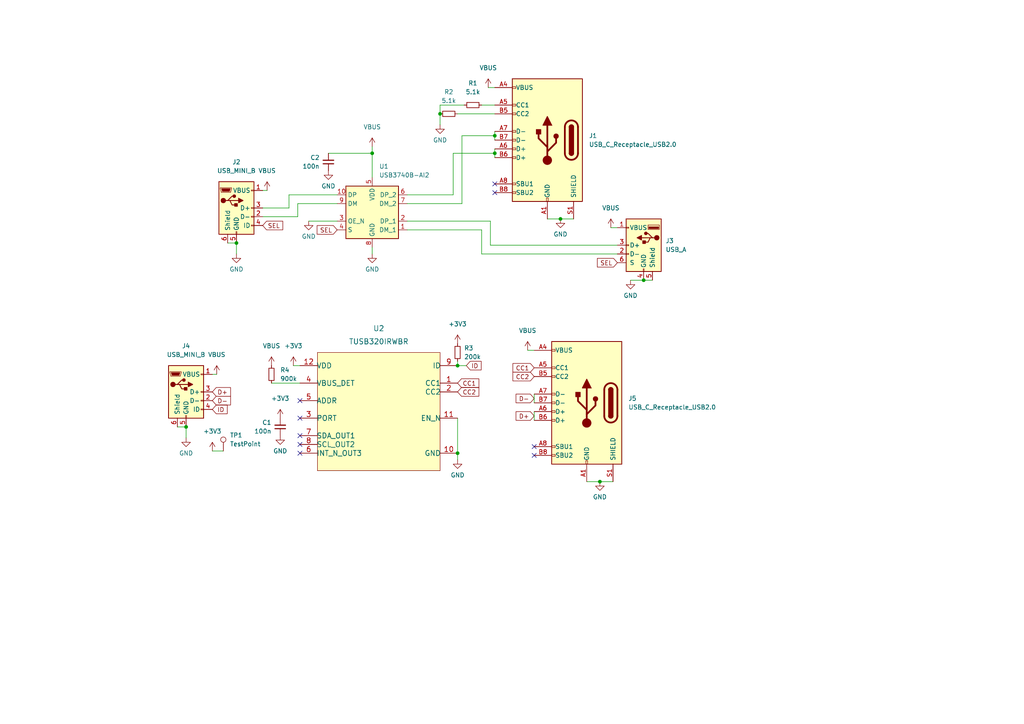
<source format=kicad_sch>
(kicad_sch (version 20211123) (generator eeschema)
  (paper "A4")
  (lib_symbols
    (symbol "2022-08-30_12-17-42:TUSB320IRWBR" (pin_names (offset -0.254))
      (property "Reference" "U" (at 0 2.54 0))
      (property "Value" "TUSB320IRWBR" (at 0 0 0))
      (symbol "TUSB320IRWBR_0_1"
        (rectangle (start -17.78 16.51) (end 17.78 -17.78) (fill (type background)))
      )
      (symbol "TUSB320IRWBR_1_1"
        (pin bidirectional line (at 22.86 7.62 180) (length 5.08) (name "CC1") (number "1"))
        (pin power_in line (at 22.86 -12.7 180) (length 5.08) (name "GND") (number "10"))
        (pin input line (at 22.86 -2.54 180) (length 5.08) (name "EN_N") (number "11"))
        (pin power_in line (at -22.86 12.7 0) (length 5.08) (name "VDD") (number "12"))
        (pin bidirectional line (at 22.86 5.08 180) (length 5.08) (name "CC2") (number "2"))
        (pin input line (at -22.86 -2.54 0) (length 5.08) (name "PORT") (number "3"))
        (pin input line (at -22.86 7.62 0) (length 5.08) (name "VBUS_DET") (number "4"))
        (pin input line (at -22.86 2.54 0) (length 5.08) (name "ADDR") (number "5"))
        (pin open_collector line (at -22.86 -12.7 0) (length 5.08) (name "INT_N_OUT3") (number "6"))
        (pin bidirectional line (at -22.86 -7.62 0) (length 5.08) (name "SDA_OUT1") (number "7"))
        (pin bidirectional line (at -22.86 -10.16 0) (length 5.08) (name "SCL_OUT2") (number "8"))
        (pin open_collector line (at 22.86 12.7 180) (length 5.08) (name "ID") (number "9"))
      )
    )
    (symbol "Connector:TestPoint" (pin_numbers hide) (pin_names (offset 0.762) hide)
      (property "Reference" "TP" (at 0 6.858 0))
      (property "Value" "TestPoint" (at 0 5.08 0))
      (symbol "TestPoint_0_1"
        (circle (center 0 3.302) (radius 0.762))
      )
      (symbol "TestPoint_1_1"
        (pin passive line (at 0 0 90) (length 2.54) (name "1") (number "1"))
      )
    )
    (symbol "Connector:USB_A" (pin_names (offset 1.016))
      (property "Reference" "J?" (at 6.985 1.2701 0))
      (property "Value" "USB_A" (at 6.985 -1.2699 0))
      (symbol "USB_A_0_1"
        (rectangle (start -5.08 -7.62) (end 5.08 7.62) (stroke (width 0.254)) (fill (type background)))
        (circle (center -3.81 2.159) (radius 0.635) (stroke (width 0.254)) (fill (type outline)))
        (rectangle (start -1.524 4.826) (end -4.318 5.334) (fill (type outline)))
        (rectangle (start -1.27 4.572) (end -4.572 5.842))
        (circle (center -0.635 3.429) (radius 0.381) (stroke (width 0.254)) (fill (type outline)))
        (rectangle (start -0.127 -7.62) (end 0.127 -6.858))
        (polyline (pts (xy -3.175 2.159) (xy -2.54 2.159) (xy -1.27 3.429) (xy -0.635 3.429)) (stroke (width 0.254)))
        (polyline (pts (xy -2.54 2.159) (xy -1.905 2.159) (xy -1.27 0.889) (xy 0 0.889)) (stroke (width 0.254)))
        (polyline (pts (xy 0.635 2.794) (xy 0.635 1.524) (xy 1.905 2.159) (xy 0.635 2.794)) (stroke (width 0.254)) (fill (type outline)))
        (rectangle (start 0.254 1.27) (end -0.508 0.508) (stroke (width 0.254)) (fill (type outline)))
        (rectangle (start 5.08 -2.667) (end 4.318 -2.413))
        (rectangle (start 5.08 -0.127) (end 4.318 0.127))
        (rectangle (start 5.08 4.953) (end 4.318 5.207))
      )
      (symbol "USB_A_1_1"
        (polyline (pts (xy -1.905 2.159) (xy 0.635 2.159)) (stroke (width 0.254)))
        (pin power_in line (at 7.62 5.08 180) (length 2.54) (name "VBUS") (number "1"))
        (pin bidirectional line (at 7.62 -2.54 180) (length 2.54) (name "D-") (number "2"))
        (pin bidirectional line (at 7.62 0 180) (length 2.54) (name "D+") (number "3"))
        (pin power_in line (at 0 -10.16 90) (length 2.54) (name "GND") (number "4"))
        (pin passive line (at -2.54 -10.16 90) (length 2.54) (name "Shield") (number "5"))
        (pin bidirectional line (at 7.62 -5.08 180) (length 2.54) (name "S") (number "6"))
      )
    )
    (symbol "Connector:USB_C_Receptacle_USB2.0" (pin_names (offset 1.016))
      (property "Reference" "J" (at -10.16 19.05 0))
      (property "Value" "USB_C_Receptacle_USB2.0" (at 19.05 19.05 0))
      (symbol "USB_C_Receptacle_USB2.0_0_0"
        (rectangle (start -0.254 -17.78) (end 0.254 -16.764))
        (rectangle (start 10.16 -14.986) (end 9.144 -15.494))
        (rectangle (start 10.16 -12.446) (end 9.144 -12.954))
        (rectangle (start 10.16 -4.826) (end 9.144 -5.334))
        (rectangle (start 10.16 -2.286) (end 9.144 -2.794))
        (rectangle (start 10.16 0.254) (end 9.144 -0.254))
        (rectangle (start 10.16 2.794) (end 9.144 2.286))
        (rectangle (start 10.16 7.874) (end 9.144 7.366))
        (rectangle (start 10.16 10.414) (end 9.144 9.906))
        (rectangle (start 10.16 15.494) (end 9.144 14.986))
      )
      (symbol "USB_C_Receptacle_USB2.0_0_1"
        (rectangle (start -10.16 17.78) (end 10.16 -17.78) (stroke (width 0.254)) (fill (type background)))
        (arc (start -8.89 -3.81) (mid -6.985 -5.715) (end -5.08 -3.81) (stroke (width 0.508)))
        (arc (start -7.62 -3.81) (mid -6.985 -4.445) (end -6.35 -3.81) (stroke (width 0.254)))
        (arc (start -7.62 -3.81) (mid -6.985 -4.445) (end -6.35 -3.81) (stroke (width 0.254)) (fill (type outline)))
        (rectangle (start -7.62 -3.81) (end -6.35 3.81) (stroke (width 0.254)) (fill (type outline)))
        (arc (start -6.35 3.81) (mid -6.985 4.445) (end -7.62 3.81) (stroke (width 0.254)))
        (arc (start -6.35 3.81) (mid -6.985 4.445) (end -7.62 3.81) (stroke (width 0.254)) (fill (type outline)))
        (arc (start -5.08 3.81) (mid -6.985 5.715) (end -8.89 3.81) (stroke (width 0.508)))
        (circle (center -2.54 1.143) (radius 0.635) (stroke (width 0.254)) (fill (type outline)))
        (circle (center 0 -5.842) (radius 1.27) (fill (type outline)))
        (polyline (pts (xy -8.89 -3.81) (xy -8.89 3.81)) (stroke (width 0.508)))
        (polyline (pts (xy -5.08 3.81) (xy -5.08 -3.81)) (stroke (width 0.508)))
        (polyline (pts (xy 0 -5.842) (xy 0 4.318)) (stroke (width 0.508)))
        (polyline (pts (xy 0 -3.302) (xy -2.54 -0.762) (xy -2.54 0.508)) (stroke (width 0.508)))
        (polyline (pts (xy 0 -2.032) (xy 2.54 0.508) (xy 2.54 1.778)) (stroke (width 0.508)))
        (polyline (pts (xy -1.27 4.318) (xy 0 6.858) (xy 1.27 4.318) (xy -1.27 4.318)) (stroke (width 0.254)) (fill (type outline)))
        (rectangle (start 1.905 1.778) (end 3.175 3.048) (stroke (width 0.254)) (fill (type outline)))
      )
      (symbol "USB_C_Receptacle_USB2.0_1_1"
        (pin passive line (at 0 -22.86 90) (length 5.08) (name "GND") (number "A1"))
        (pin passive line (at 0 -22.86 90) (length 5.08) hide (name "GND") (number "A12"))
        (pin passive line (at 15.24 15.24 180) (length 5.08) (name "VBUS") (number "A4"))
        (pin bidirectional line (at 15.24 10.16 180) (length 5.08) (name "CC1") (number "A5"))
        (pin bidirectional line (at 15.24 -2.54 180) (length 5.08) (name "D+") (number "A6"))
        (pin bidirectional line (at 15.24 2.54 180) (length 5.08) (name "D-") (number "A7"))
        (pin bidirectional line (at 15.24 -12.7 180) (length 5.08) (name "SBU1") (number "A8"))
        (pin passive line (at 15.24 15.24 180) (length 5.08) hide (name "VBUS") (number "A9"))
        (pin passive line (at 0 -22.86 90) (length 5.08) hide (name "GND") (number "B1"))
        (pin passive line (at 0 -22.86 90) (length 5.08) hide (name "GND") (number "B12"))
        (pin passive line (at 15.24 15.24 180) (length 5.08) hide (name "VBUS") (number "B4"))
        (pin bidirectional line (at 15.24 7.62 180) (length 5.08) (name "CC2") (number "B5"))
        (pin bidirectional line (at 15.24 -5.08 180) (length 5.08) (name "D+") (number "B6"))
        (pin bidirectional line (at 15.24 0 180) (length 5.08) (name "D-") (number "B7"))
        (pin bidirectional line (at 15.24 -15.24 180) (length 5.08) (name "SBU2") (number "B8"))
        (pin passive line (at 15.24 15.24 180) (length 5.08) hide (name "VBUS") (number "B9"))
        (pin passive line (at -7.62 -22.86 90) (length 5.08) (name "SHIELD") (number "S1"))
      )
    )
    (symbol "Connector:USB_OTG" (pin_names (offset 1.016))
      (property "Reference" "J" (at -5.08 11.43 0))
      (property "Value" "USB_OTG" (at -5.08 8.89 0))
      (symbol "USB_OTG_0_1"
        (rectangle (start -5.08 -7.62) (end 5.08 7.62) (stroke (width 0.254)) (fill (type background)))
        (circle (center -3.81 2.159) (radius 0.635) (stroke (width 0.254)) (fill (type outline)))
        (circle (center -0.635 3.429) (radius 0.381) (stroke (width 0.254)) (fill (type outline)))
        (rectangle (start -0.127 -7.62) (end 0.127 -6.858))
        (polyline (pts (xy -1.905 2.159) (xy 0.635 2.159)) (stroke (width 0.254)))
        (polyline (pts (xy -3.175 2.159) (xy -2.54 2.159) (xy -1.27 3.429) (xy -0.635 3.429)) (stroke (width 0.254)))
        (polyline (pts (xy -2.54 2.159) (xy -1.905 2.159) (xy -1.27 0.889) (xy 0 0.889)) (stroke (width 0.254)))
        (polyline (pts (xy 0.635 2.794) (xy 0.635 1.524) (xy 1.905 2.159) (xy 0.635 2.794)) (stroke (width 0.254)) (fill (type outline)))
        (polyline (pts (xy -4.318 5.588) (xy -1.778 5.588) (xy -2.032 4.826) (xy -4.064 4.826) (xy -4.318 5.588)) (fill (type outline)))
        (polyline (pts (xy -4.699 5.842) (xy -4.699 5.588) (xy -4.445 4.826) (xy -4.445 4.572) (xy -1.651 4.572) (xy -1.651 4.826) (xy -1.397 5.588) (xy -1.397 5.842) (xy -4.699 5.842)))
        (rectangle (start 0.254 1.27) (end -0.508 0.508) (stroke (width 0.254)) (fill (type outline)))
        (rectangle (start 5.08 -5.207) (end 4.318 -4.953))
        (rectangle (start 5.08 -2.667) (end 4.318 -2.413))
        (rectangle (start 5.08 -0.127) (end 4.318 0.127))
        (rectangle (start 5.08 4.953) (end 4.318 5.207))
      )
      (symbol "USB_OTG_1_1"
        (pin passive line (at 7.62 5.08 180) (length 2.54) (name "VBUS") (number "1"))
        (pin bidirectional line (at 7.62 -2.54 180) (length 2.54) (name "D-") (number "2"))
        (pin bidirectional line (at 7.62 0 180) (length 2.54) (name "D+") (number "3"))
        (pin passive line (at 7.62 -5.08 180) (length 2.54) (name "ID") (number "4"))
        (pin passive line (at 0 -10.16 90) (length 2.54) (name "GND") (number "5"))
        (pin passive line (at -2.54 -10.16 90) (length 2.54) (name "Shield") (number "6"))
      )
    )
    (symbol "Device:C_Small" (pin_numbers hide) (pin_names (offset 0.254) hide)
      (property "Reference" "C" (at 0.254 1.778 0))
      (property "Value" "C_Small" (at 0.254 -2.032 0))
      (symbol "C_Small_0_1"
        (polyline (pts (xy -1.524 -0.508) (xy 1.524 -0.508)) (stroke (width 0.3302)))
        (polyline (pts (xy -1.524 0.508) (xy 1.524 0.508)) (stroke (width 0.3048)))
      )
      (symbol "C_Small_1_1"
        (pin passive line (at 0 2.54 270) (length 2.032) (name "~") (number "1"))
        (pin passive line (at 0 -2.54 90) (length 2.032) (name "~") (number "2"))
      )
    )
    (symbol "Device:R_Small" (pin_numbers hide) (pin_names (offset 0.254) hide)
      (property "Reference" "R" (at 0.762 0.508 0))
      (property "Value" "R_Small" (at 0.762 -1.016 0))
      (symbol "R_Small_0_1"
        (rectangle (start -0.762 1.778) (end 0.762 -1.778) (stroke (width 0.2032)))
      )
      (symbol "R_Small_1_1"
        (pin passive line (at 0 2.54 270) (length 0.762) (name "~") (number "1"))
        (pin passive line (at 0 -2.54 90) (length 0.762) (name "~") (number "2"))
      )
    )
    (symbol "Interface_USB:USB3740B-AI2"
      (property "Reference" "U" (at -6.35 8.89 0))
      (property "Value" "USB3740B-AI2" (at 10.16 8.89 0))
      (symbol "USB3740B-AI2_0_1"
        (rectangle (start 7.62 7.62) (end -7.62 -7.62) (stroke (width 0.254)) (fill (type background)))
      )
      (symbol "USB3740B-AI2_1_1"
        (pin bidirectional line (at 10.16 -5.08 180) (length 2.54) (name "DM_1") (number "1"))
        (pin bidirectional line (at -10.16 5.08 0) (length 2.54) (name "DP") (number "10"))
        (pin bidirectional line (at 10.16 -2.54 180) (length 2.54) (name "DP_1") (number "2"))
        (pin input line (at -10.16 -2.54 0) (length 2.54) (name "OE_N") (number "3"))
        (pin input line (at -10.16 -5.08 0) (length 2.54) (name "S") (number "4"))
        (pin power_in line (at 0 10.16 270) (length 2.54) (name "VDD") (number "5"))
        (pin bidirectional line (at 10.16 5.08 180) (length 2.54) (name "DP_2") (number "6"))
        (pin bidirectional line (at 10.16 2.54 180) (length 2.54) (name "DM_2") (number "7"))
        (pin power_in line (at 0 -10.16 90) (length 2.54) (name "GND") (number "8"))
        (pin bidirectional line (at -10.16 2.54 0) (length 2.54) (name "DM") (number "9"))
      )
    )
    (symbol "power:+3.3V" (power) (pin_names (offset 0))
      (property "Value" "+3.3V" (at 0 3.556 0))
      (symbol "+3.3V_0_1"
        (polyline (pts (xy -0.762 1.27) (xy 0 2.54)))
        (polyline (pts (xy 0 0) (xy 0 2.54)))
        (polyline (pts (xy 0 2.54) (xy 0.762 1.27)))
      )
      (symbol "+3.3V_1_1"
        (pin power_in line (at 0 0 90) (length 0) hide (name "+3V3") (number "1"))
      )
    )
    (symbol "power:GND" (power) (pin_names (offset 0))
      (property "Value" "GND" (at 0 -3.81 0))
      (symbol "GND_0_1"
        (polyline (pts (xy 0 0) (xy 0 -1.27) (xy 1.27 -1.27) (xy 0 -2.54) (xy -1.27 -1.27) (xy 0 -1.27)))
      )
      (symbol "GND_1_1"
        (pin power_in line (at 0 0 270) (length 0) hide (name "GND") (number "1"))
      )
    )
    (symbol "power:VBUS" (power) (pin_names (offset 0))
      (property "Value" "VBUS" (at 0 3.81 0))
      (symbol "VBUS_0_1"
        (polyline (pts (xy -0.762 1.27) (xy 0 2.54)))
        (polyline (pts (xy 0 0) (xy 0 2.54)))
        (polyline (pts (xy 0 2.54) (xy 0.762 1.27)))
      )
      (symbol "VBUS_1_1"
        (pin power_in line (at 0 0 90) (length 0) hide (name "VBUS") (number "1"))
      )
    )
  )
  (junction (at 53.975 123.825))
  (junction (at 143.51 39.37))
  (junction (at 127.635 33.02))
  (junction (at 186.69 81.28))
  (junction (at 68.58 70.485))
  (junction (at 132.715 106.045))
  (junction (at 107.95 44.45))
  (junction (at 162.56 63.5))
  (junction (at 173.99 139.7))
  (junction (at 132.715 131.445))
  (junction (at 143.51 44.45))
  (no_connect (at 154.94 132.08))
  (no_connect (at 143.51 53.34))
  (no_connect (at 86.995 128.905))
  (no_connect (at 86.995 121.285))
  (no_connect (at 86.995 126.365))
  (no_connect (at 143.51 55.88))
  (no_connect (at 154.94 129.54))
  (no_connect (at 86.995 131.445))
  (no_connect (at 86.995 116.205))
  (wire (pts (xy 179.07 71.12) (xy 142.24 71.12)))
  (wire (pts (xy 131.445 44.45) (xy 143.51 44.45)))
  (wire (pts (xy 85.09 106.045) (xy 86.995 106.045)))
  (wire (pts (xy 143.51 43.18) (xy 143.51 44.45)))
  (wire (pts (xy 95.25 44.45) (xy 107.95 44.45)))
  (wire (pts (xy 86.36 59.055) (xy 97.79 59.055)))
  (wire (pts (xy 78.74 111.125) (xy 86.995 111.125)))
  (wire (pts (xy 143.51 44.45) (xy 143.51 45.72)))
  (wire (pts (xy 158.75 63.5) (xy 162.56 63.5)))
  (wire (pts (xy 139.7 66.675) (xy 139.7 73.66)))
  (wire (pts (xy 141.605 25.4) (xy 143.51 25.4)))
  (wire (pts (xy 118.11 59.055) (xy 133.985 59.055)))
  (wire (pts (xy 143.51 39.37) (xy 143.51 40.64)))
  (wire (pts (xy 118.11 66.675) (xy 139.7 66.675)))
  (wire (pts (xy 77.47 55.245) (xy 76.2 55.245)))
  (wire (pts (xy 142.24 71.12) (xy 142.24 64.135)))
  (wire (pts (xy 154.94 114.3) (xy 154.94 116.84)))
  (wire (pts (xy 153.035 101.6) (xy 154.94 101.6)))
  (wire (pts (xy 76.2 62.865) (xy 86.36 62.865)))
  (wire (pts (xy 61.595 130.81) (xy 64.77 130.81)))
  (wire (pts (xy 139.7 30.48) (xy 143.51 30.48)))
  (wire (pts (xy 133.985 59.055) (xy 133.985 39.37)))
  (wire (pts (xy 132.715 121.285) (xy 132.715 131.445)))
  (wire (pts (xy 131.445 56.515) (xy 131.445 44.45)))
  (wire (pts (xy 186.69 81.28) (xy 189.23 81.28)))
  (wire (pts (xy 162.56 63.5) (xy 166.37 63.5)))
  (wire (pts (xy 132.715 104.775) (xy 132.715 106.045)))
  (wire (pts (xy 170.18 139.7) (xy 173.99 139.7)))
  (wire (pts (xy 62.865 108.585) (xy 61.595 108.585)))
  (wire (pts (xy 177.165 66.04) (xy 179.07 66.04)))
  (wire (pts (xy 182.88 81.28) (xy 186.69 81.28)))
  (wire (pts (xy 68.58 70.485) (xy 68.58 73.66)))
  (wire (pts (xy 132.715 33.02) (xy 143.51 33.02)))
  (wire (pts (xy 118.11 56.515) (xy 131.445 56.515)))
  (wire (pts (xy 142.24 64.135) (xy 118.11 64.135)))
  (wire (pts (xy 134.62 30.48) (xy 127.635 30.48)))
  (wire (pts (xy 154.94 119.38) (xy 154.94 121.92)))
  (wire (pts (xy 83.82 56.515) (xy 83.82 60.325)))
  (wire (pts (xy 133.985 39.37) (xy 143.51 39.37)))
  (wire (pts (xy 143.51 38.1) (xy 143.51 39.37)))
  (wire (pts (xy 53.975 123.825) (xy 53.975 127)))
  (wire (pts (xy 51.435 123.825) (xy 53.975 123.825)))
  (wire (pts (xy 127.635 33.02) (xy 127.635 36.195)))
  (wire (pts (xy 132.715 133.35) (xy 132.715 131.445)))
  (wire (pts (xy 76.2 60.325) (xy 83.82 60.325)))
  (wire (pts (xy 89.535 64.135) (xy 97.79 64.135)))
  (wire (pts (xy 107.95 44.45) (xy 107.95 51.435)))
  (wire (pts (xy 86.36 62.865) (xy 86.36 59.055)))
  (wire (pts (xy 132.715 106.045) (xy 135.255 106.045)))
  (wire (pts (xy 107.95 42.545) (xy 107.95 44.45)))
  (wire (pts (xy 107.95 71.755) (xy 107.95 73.66)))
  (wire (pts (xy 97.79 56.515) (xy 83.82 56.515)))
  (wire (pts (xy 127.635 30.48) (xy 127.635 33.02)))
  (wire (pts (xy 173.99 139.7) (xy 177.8 139.7)))
  (wire (pts (xy 139.7 73.66) (xy 179.07 73.66)))
  (wire (pts (xy 66.04 70.485) (xy 68.58 70.485)))
  (global_label "CC1" (shape input) (at 132.715 111.125 0) (property "Intersheet References" "${INTERSHEET_REFS}" (effects hide)))
  (global_label "SEL" (shape input) (at 179.07 76.2 180) (property "Intersheet References" "${INTERSHEET_REFS}" (effects hide)))
  (global_label "ID" (shape input) (at 61.595 118.745 0) (property "Intersheet References" "${INTERSHEET_REFS}" (effects hide)))
  (global_label "D-" (shape input) (at 61.595 116.205 0) (property "Intersheet References" "${INTERSHEET_REFS}" (effects hide)))
  (global_label "D+" (shape input) (at 154.94 120.65 180) (property "Intersheet References" "${INTERSHEET_REFS}" (effects hide)))
  (global_label "CC2" (shape input) (at 132.715 113.665 0) (property "Intersheet References" "${INTERSHEET_REFS}" (effects hide)))
  (global_label "D-" (shape input) (at 154.94 115.57 180) (property "Intersheet References" "${INTERSHEET_REFS}" (effects hide)))
  (global_label "ID" (shape input) (at 135.255 106.045 0) (property "Intersheet References" "${INTERSHEET_REFS}" (effects hide)))
  (global_label "SEL" (shape input) (at 97.79 66.675 180) (property "Intersheet References" "${INTERSHEET_REFS}" (effects hide)))
  (global_label "SEL" (shape input) (at 76.2 65.405 0) (property "Intersheet References" "${INTERSHEET_REFS}" (effects hide)))
  (global_label "CC1" (shape input) (at 154.94 106.68 180) (property "Intersheet References" "${INTERSHEET_REFS}" (effects hide)))
  (global_label "CC2" (shape input) (at 154.94 109.22 180) (property "Intersheet References" "${INTERSHEET_REFS}" (effects hide)))
  (global_label "D+" (shape input) (at 61.595 113.665 0) (property "Intersheet References" "${INTERSHEET_REFS}" (effects hide)))
  (symbol (lib_id "Connector:USB_OTG") (at 53.975 113.665 0) (unit 1)
    (property "Reference" "J4" (at 53.975 100.33 0))
    (property "Value" "USB_MINI_B" (at 53.975 102.87 0))
    (property "Footprint" "Connector_USB:USB_Mini-B_Wuerth_65100516121_Horizontal" (effects hide))
    (property "Datasheet" " ~" (effects hide))
  )
  (symbol (lib_id "power:GND") (at 107.95 73.66 0) (unit 1)
    (property "Reference" "#PWR09" (effects hide))
    (property "Value" "GND" (at 107.95 78.105 0))
  )
  (symbol (lib_id "power:GND") (at 132.715 133.35 0) (unit 1)
    (property "Reference" "#PWR019" (effects hide))
    (property "Value" "GND" (at 132.715 137.795 0))
  )
  (symbol (lib_id "power:GND") (at 127.635 36.195 0) (unit 1)
    (property "Reference" "#PWR02" (effects hide))
    (property "Value" "GND" (at 127.635 40.64 0))
  )
  (symbol (lib_id "Device:R_Small") (at 130.175 33.02 270) (unit 1)
    (property "Reference" "R2" (at 130.175 26.67 90))
    (property "Value" "5.1k" (at 130.175 29.21 90))
    (property "Footprint" "Resistor_SMD:R_0402_1005Metric_Pad0.72x0.64mm_HandSolder" (effects hide))
  )
  (symbol (lib_id "Connector:USB_C_Receptacle_USB2.0") (at 170.18 116.84 0) (mirror y) (unit 1)
    (property "Reference" "J5" (at 182.245 115.5699 0) (effects (justify right)))
    (property "Value" "USB_C_Receptacle_USB2.0" (at 182.245 118.1099 0) (effects (justify right)))
    (property "Footprint" "Connector_USB:USB_C_Receptacle_HRO_TYPE-C-31-M-12" (effects hide))
    (property "Datasheet" "https://www.usb.org/sites/default/files/documents/usb_type-c.zip" (effects hide))
  )
  (symbol (lib_id "power:VBUS") (at 107.95 42.545 0) (unit 1)
    (property "Reference" "#PWR03" (effects hide))
    (property "Value" "VBUS" (at 107.95 36.83 0))
  )
  (symbol (lib_id "power:GND") (at 95.25 49.53 0) (unit 1)
    (property "Reference" "#PWR021" (effects hide))
    (property "Value" "GND" (at 95.25 53.975 0))
  )
  (symbol (lib_id "Connector:USB_C_Receptacle_USB2.0") (at 158.75 40.64 0) (mirror y) (unit 1)
    (property "Reference" "J1" (at 170.815 39.3699 0) (effects (justify right)))
    (property "Value" "USB_C_Receptacle_USB2.0" (at 170.815 41.9099 0) (effects (justify right)))
    (property "Footprint" "Connector_USB:USB_C_Receptacle_HRO_TYPE-C-31-M-12" (effects hide))
    (property "Datasheet" "https://www.usb.org/sites/default/files/documents/usb_type-c.zip" (effects hide))
  )
  (symbol (lib_id "power:+3.3V") (at 85.09 106.045 0) (unit 1)
    (property "Reference" "#PWR014" (effects hide))
    (property "Value" "+3.3V" (at 85.09 100.33 0))
  )
  (symbol (lib_id "Device:R_Small") (at 78.74 108.585 0) (unit 1)
    (property "Reference" "R4" (at 81.28 107.3149 0) (effects (justify left)))
    (property "Value" "900k" (at 81.28 109.8549 0) (effects (justify left)))
    (property "Footprint" "Resistor_SMD:R_0402_1005Metric_Pad0.72x0.64mm_HandSolder" (effects hide))
  )
  (symbol (lib_id "power:+3.3V") (at 132.715 99.695 0) (unit 1)
    (property "Reference" "#PWR011" (effects hide))
    (property "Value" "+3.3V" (at 132.715 93.98 0))
  )
  (symbol (lib_id "power:VBUS") (at 177.165 66.04 0) (unit 1)
    (property "Reference" "#PWR07" (effects hide))
    (property "Value" "VBUS" (at 177.165 60.325 0))
  )
  (symbol (lib_id "Interface_USB:USB3740B-AI2") (at 107.95 61.595 0) (unit 1)
    (property "Reference" "U1" (at 109.9694 48.26 0) (effects (justify left)))
    (property "Value" "USB3740B-AI2" (at 109.9694 50.8 0) (effects (justify left)))
    (property "Footprint" "Package_DFN_QFN:UQFN-10_1.3x1.8mm_P0.4mm" (effects hide))
    (property "Datasheet" "http://ww1.microchip.com/downloads/en/DeviceDoc/00001725D.pdf" (effects hide))
  )
  (symbol (lib_id "Device:C_Small") (at 95.25 46.99 0) (mirror x) (unit 1)
    (property "Reference" "C2" (at 92.71 45.7135 0) (effects (justify right)))
    (property "Value" "100n" (at 92.71 48.2535 0) (effects (justify right)))
    (property "Footprint" "Capacitor_SMD:C_0402_1005Metric_Pad0.74x0.62mm_HandSolder" (effects hide))
  )
  (symbol (lib_id "power:GND") (at 89.535 64.135 0) (unit 1)
    (property "Reference" "#PWR06" (effects hide))
    (property "Value" "GND" (at 89.535 68.58 0))
  )
  (symbol (lib_id "power:GND") (at 173.99 139.7 0) (unit 1)
    (property "Reference" "#PWR020" (effects hide))
    (property "Value" "GND" (at 173.99 144.145 0))
  )
  (symbol (lib_id "power:VBUS") (at 62.865 108.585 0) (unit 1)
    (property "Reference" "#PWR015" (effects hide))
    (property "Value" "VBUS" (at 62.865 102.87 0))
  )
  (symbol (lib_id "Device:C_Small") (at 81.28 123.825 0) (mirror x) (unit 1)
    (property "Reference" "C1" (at 78.74 122.5485 0) (effects (justify right)))
    (property "Value" "100n" (at 78.74 125.0885 0) (effects (justify right)))
    (property "Footprint" "Capacitor_SMD:C_0402_1005Metric_Pad0.74x0.62mm_HandSolder" (effects hide))
  )
  (symbol (lib_id "power:VBUS") (at 78.74 106.045 0) (unit 1)
    (property "Reference" "#PWR013" (effects hide))
    (property "Value" "VBUS" (at 78.74 100.33 0))
  )
  (symbol (lib_id "power:VBUS") (at 153.035 101.6 0) (unit 1)
    (property "Reference" "#PWR012" (effects hide))
    (property "Value" "VBUS" (at 153.035 95.885 0))
  )
  (symbol (lib_id "Device:R_Small") (at 132.715 102.235 0) (unit 1)
    (property "Reference" "R3" (at 134.62 100.9649 0) (effects (justify left)))
    (property "Value" "200k" (at 134.62 103.5049 0) (effects (justify left)))
    (property "Footprint" "Resistor_SMD:R_0402_1005Metric_Pad0.72x0.64mm_HandSolder" (effects hide))
  )
  (symbol (lib_id "power:GND") (at 68.58 73.66 0) (unit 1)
    (property "Reference" "#PWR08" (effects hide))
    (property "Value" "GND" (at 68.58 78.105 0))
  )
  (symbol (lib_id "power:GND") (at 182.88 81.28 0) (unit 1)
    (property "Reference" "#PWR010" (effects hide))
    (property "Value" "GND" (at 182.88 85.725 0))
  )
  (symbol (lib_id "power:GND") (at 81.28 126.365 0) (unit 1)
    (property "Reference" "#PWR017" (effects hide))
    (property "Value" "GND" (at 81.28 130.81 0))
  )
  (symbol (lib_id "power:VBUS") (at 141.605 25.4 0) (unit 1)
    (property "Reference" "#PWR01" (effects hide))
    (property "Value" "VBUS" (at 141.605 19.685 0))
  )
  (symbol (lib_id "power:GND") (at 162.56 63.5 0) (unit 1)
    (property "Reference" "#PWR05" (effects hide))
    (property "Value" "GND" (at 162.56 67.945 0))
  )
  (symbol (lib_id "power:GND") (at 53.975 127 0) (unit 1)
    (property "Reference" "#PWR018" (effects hide))
    (property "Value" "GND" (at 53.975 131.445 0))
  )
  (symbol (lib_id "power:+3.3V") (at 81.28 121.285 0) (unit 1)
    (property "Reference" "#PWR016" (effects hide))
    (property "Value" "+3.3V" (at 81.28 115.57 0))
  )
  (symbol (lib_id "Connector:TestPoint") (at 64.77 130.81 0) (unit 1)
    (property "Reference" "TP1" (at 66.675 126.2379 0) (effects (justify left)))
    (property "Value" "TestPoint" (at 66.675 128.7779 0) (effects (justify left)))
    (property "Footprint" "TestPoint:TestPoint_Pad_D2.0mm" (effects hide))
  )
  (symbol (lib_id "Connector:USB_A") (at 186.69 71.12 0) (mirror y) (unit 1)
    (property "Reference" "J3" (at 193.04 69.85 0) (effects (justify right)))
    (property "Value" "USB_A" (at 193.04 72.39 0) (effects (justify right)))
    (property "Footprint" "Connector_USB:USB_A_Wuerth_614004134726_Horizontal" (effects hide))
    (property "Datasheet" " ~" (effects hide))
  )
  (symbol (lib_id "power:VBUS") (at 77.47 55.245 0) (unit 1)
    (property "Reference" "#PWR04" (effects hide))
    (property "Value" "VBUS" (at 77.47 49.53 0))
  )
  (symbol (lib_id "2022-08-30_12-17-42:TUSB320IRWBR") (at 109.855 118.745 0) (unit 1)
    (property "Reference" "U2" (at 109.855 95.25 0) (effects (font (size 1.524 1.524))))
    (property "Value" "TUSB320IRWBR" (at 109.855 99.06 0) (effects (font (size 1.524 1.524))))
    (property "Footprint" "footprints:TUSB320IRWBR" (effects hide))
  )
  (symbol (lib_id "Device:R_Small") (at 137.16 30.48 270) (unit 1)
    (property "Reference" "R1" (at 137.16 24.13 90))
    (property "Value" "5.1k" (at 137.16 26.67 90))
    (property "Footprint" "Resistor_SMD:R_0402_1005Metric_Pad0.72x0.64mm_HandSolder" (effects hide))
  )
  (symbol (lib_id "Connector:USB_OTG") (at 68.58 60.325 0) (unit 1)
    (property "Reference" "J2" (at 68.58 46.99 0))
    (property "Value" "USB_MINI_B" (at 68.58 49.53 0))
    (property "Footprint" "Connector_USB:USB_Mini-B_Wuerth_65100516121_Horizontal" (effects hide))
    (property "Datasheet" " ~" (effects hide))
  )
  (symbol (lib_id "power:+3.3V") (at 61.595 130.81 0) (unit 1)
    (property "Reference" "#PWR022" (effects hide))
    (property "Value" "+3.3V" (at 61.595 125.095 0))
  )
)
</source>
